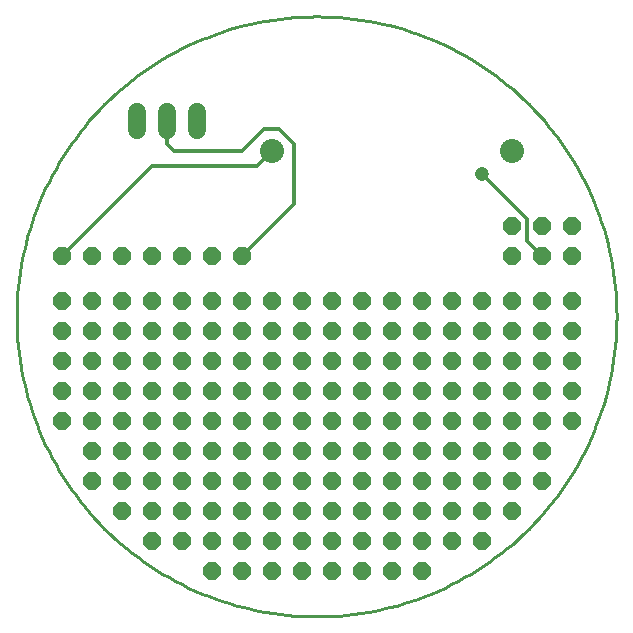
<source format=gtl>
G75*
%MOIN*%
%OFA0B0*%
%FSLAX25Y25*%
%IPPOS*%
%LPD*%
%AMOC8*
5,1,8,0,0,1.08239X$1,22.5*
%
%ADD10C,0.01000*%
%ADD11C,0.08000*%
%ADD12OC8,0.06000*%
%ADD13C,0.06000*%
%ADD14C,0.01181*%
%ADD15OC8,0.05906*%
%ADD16C,0.04750*%
D10*
X0001500Y0101500D02*
X0001530Y0103954D01*
X0001620Y0106407D01*
X0001771Y0108856D01*
X0001982Y0111302D01*
X0002252Y0113741D01*
X0002582Y0116173D01*
X0002972Y0118596D01*
X0003421Y0121009D01*
X0003930Y0123410D01*
X0004497Y0125798D01*
X0005122Y0128171D01*
X0005806Y0130528D01*
X0006547Y0132868D01*
X0007346Y0135189D01*
X0008201Y0137490D01*
X0009112Y0139768D01*
X0010079Y0142024D01*
X0011101Y0144256D01*
X0012178Y0146461D01*
X0013308Y0148640D01*
X0014491Y0150790D01*
X0015727Y0152910D01*
X0017015Y0155000D01*
X0018353Y0157057D01*
X0019742Y0159081D01*
X0021179Y0161070D01*
X0022665Y0163023D01*
X0024199Y0164939D01*
X0025779Y0166817D01*
X0027405Y0168656D01*
X0029075Y0170454D01*
X0030789Y0172211D01*
X0032546Y0173925D01*
X0034344Y0175595D01*
X0036183Y0177221D01*
X0038061Y0178801D01*
X0039977Y0180335D01*
X0041930Y0181821D01*
X0043919Y0183258D01*
X0045943Y0184647D01*
X0048000Y0185985D01*
X0050090Y0187273D01*
X0052210Y0188509D01*
X0054360Y0189692D01*
X0056539Y0190822D01*
X0058744Y0191899D01*
X0060976Y0192921D01*
X0063232Y0193888D01*
X0065510Y0194799D01*
X0067811Y0195654D01*
X0070132Y0196453D01*
X0072472Y0197194D01*
X0074829Y0197878D01*
X0077202Y0198503D01*
X0079590Y0199070D01*
X0081991Y0199579D01*
X0084404Y0200028D01*
X0086827Y0200418D01*
X0089259Y0200748D01*
X0091698Y0201018D01*
X0094144Y0201229D01*
X0096593Y0201380D01*
X0099046Y0201470D01*
X0101500Y0201500D01*
X0103954Y0201470D01*
X0106407Y0201380D01*
X0108856Y0201229D01*
X0111302Y0201018D01*
X0113741Y0200748D01*
X0116173Y0200418D01*
X0118596Y0200028D01*
X0121009Y0199579D01*
X0123410Y0199070D01*
X0125798Y0198503D01*
X0128171Y0197878D01*
X0130528Y0197194D01*
X0132868Y0196453D01*
X0135189Y0195654D01*
X0137490Y0194799D01*
X0139768Y0193888D01*
X0142024Y0192921D01*
X0144256Y0191899D01*
X0146461Y0190822D01*
X0148640Y0189692D01*
X0150790Y0188509D01*
X0152910Y0187273D01*
X0155000Y0185985D01*
X0157057Y0184647D01*
X0159081Y0183258D01*
X0161070Y0181821D01*
X0163023Y0180335D01*
X0164939Y0178801D01*
X0166817Y0177221D01*
X0168656Y0175595D01*
X0170454Y0173925D01*
X0172211Y0172211D01*
X0173925Y0170454D01*
X0175595Y0168656D01*
X0177221Y0166817D01*
X0178801Y0164939D01*
X0180335Y0163023D01*
X0181821Y0161070D01*
X0183258Y0159081D01*
X0184647Y0157057D01*
X0185985Y0155000D01*
X0187273Y0152910D01*
X0188509Y0150790D01*
X0189692Y0148640D01*
X0190822Y0146461D01*
X0191899Y0144256D01*
X0192921Y0142024D01*
X0193888Y0139768D01*
X0194799Y0137490D01*
X0195654Y0135189D01*
X0196453Y0132868D01*
X0197194Y0130528D01*
X0197878Y0128171D01*
X0198503Y0125798D01*
X0199070Y0123410D01*
X0199579Y0121009D01*
X0200028Y0118596D01*
X0200418Y0116173D01*
X0200748Y0113741D01*
X0201018Y0111302D01*
X0201229Y0108856D01*
X0201380Y0106407D01*
X0201470Y0103954D01*
X0201500Y0101500D01*
X0201470Y0099046D01*
X0201380Y0096593D01*
X0201229Y0094144D01*
X0201018Y0091698D01*
X0200748Y0089259D01*
X0200418Y0086827D01*
X0200028Y0084404D01*
X0199579Y0081991D01*
X0199070Y0079590D01*
X0198503Y0077202D01*
X0197878Y0074829D01*
X0197194Y0072472D01*
X0196453Y0070132D01*
X0195654Y0067811D01*
X0194799Y0065510D01*
X0193888Y0063232D01*
X0192921Y0060976D01*
X0191899Y0058744D01*
X0190822Y0056539D01*
X0189692Y0054360D01*
X0188509Y0052210D01*
X0187273Y0050090D01*
X0185985Y0048000D01*
X0184647Y0045943D01*
X0183258Y0043919D01*
X0181821Y0041930D01*
X0180335Y0039977D01*
X0178801Y0038061D01*
X0177221Y0036183D01*
X0175595Y0034344D01*
X0173925Y0032546D01*
X0172211Y0030789D01*
X0170454Y0029075D01*
X0168656Y0027405D01*
X0166817Y0025779D01*
X0164939Y0024199D01*
X0163023Y0022665D01*
X0161070Y0021179D01*
X0159081Y0019742D01*
X0157057Y0018353D01*
X0155000Y0017015D01*
X0152910Y0015727D01*
X0150790Y0014491D01*
X0148640Y0013308D01*
X0146461Y0012178D01*
X0144256Y0011101D01*
X0142024Y0010079D01*
X0139768Y0009112D01*
X0137490Y0008201D01*
X0135189Y0007346D01*
X0132868Y0006547D01*
X0130528Y0005806D01*
X0128171Y0005122D01*
X0125798Y0004497D01*
X0123410Y0003930D01*
X0121009Y0003421D01*
X0118596Y0002972D01*
X0116173Y0002582D01*
X0113741Y0002252D01*
X0111302Y0001982D01*
X0108856Y0001771D01*
X0106407Y0001620D01*
X0103954Y0001530D01*
X0101500Y0001500D01*
X0099046Y0001530D01*
X0096593Y0001620D01*
X0094144Y0001771D01*
X0091698Y0001982D01*
X0089259Y0002252D01*
X0086827Y0002582D01*
X0084404Y0002972D01*
X0081991Y0003421D01*
X0079590Y0003930D01*
X0077202Y0004497D01*
X0074829Y0005122D01*
X0072472Y0005806D01*
X0070132Y0006547D01*
X0067811Y0007346D01*
X0065510Y0008201D01*
X0063232Y0009112D01*
X0060976Y0010079D01*
X0058744Y0011101D01*
X0056539Y0012178D01*
X0054360Y0013308D01*
X0052210Y0014491D01*
X0050090Y0015727D01*
X0048000Y0017015D01*
X0045943Y0018353D01*
X0043919Y0019742D01*
X0041930Y0021179D01*
X0039977Y0022665D01*
X0038061Y0024199D01*
X0036183Y0025779D01*
X0034344Y0027405D01*
X0032546Y0029075D01*
X0030789Y0030789D01*
X0029075Y0032546D01*
X0027405Y0034344D01*
X0025779Y0036183D01*
X0024199Y0038061D01*
X0022665Y0039977D01*
X0021179Y0041930D01*
X0019742Y0043919D01*
X0018353Y0045943D01*
X0017015Y0048000D01*
X0015727Y0050090D01*
X0014491Y0052210D01*
X0013308Y0054360D01*
X0012178Y0056539D01*
X0011101Y0058744D01*
X0010079Y0060976D01*
X0009112Y0063232D01*
X0008201Y0065510D01*
X0007346Y0067811D01*
X0006547Y0070132D01*
X0005806Y0072472D01*
X0005122Y0074829D01*
X0004497Y0077202D01*
X0003930Y0079590D01*
X0003421Y0081991D01*
X0002972Y0084404D01*
X0002582Y0086827D01*
X0002252Y0089259D01*
X0001982Y0091698D01*
X0001771Y0094144D01*
X0001620Y0096593D01*
X0001530Y0099046D01*
X0001500Y0101500D01*
D11*
X0086500Y0156500D03*
X0166500Y0156500D03*
D12*
X0166500Y0131500D03*
X0176500Y0131500D03*
X0176500Y0121500D03*
X0166500Y0121500D03*
X0186500Y0121500D03*
X0186500Y0131500D03*
X0076500Y0121500D03*
X0066500Y0121500D03*
X0056500Y0121500D03*
X0046500Y0121500D03*
X0036500Y0121500D03*
X0026500Y0121500D03*
X0016500Y0121500D03*
D13*
X0041500Y0163500D02*
X0041500Y0169500D01*
X0051500Y0169500D02*
X0051500Y0163500D01*
X0061500Y0163500D02*
X0061500Y0169500D01*
D14*
X0051500Y0166500D02*
X0051500Y0159000D01*
X0054000Y0156500D01*
X0076500Y0156500D01*
X0084000Y0164000D01*
X0089000Y0164000D01*
X0094000Y0159000D01*
X0094000Y0139000D01*
X0076500Y0121500D01*
X0081500Y0151500D02*
X0046500Y0151500D01*
X0016500Y0121500D01*
X0081500Y0151500D02*
X0086500Y0156500D01*
X0156500Y0149000D02*
X0171500Y0134000D01*
X0171500Y0126500D01*
X0176500Y0121500D01*
D15*
X0036500Y0036500D03*
X0036500Y0046500D03*
X0026500Y0046500D03*
X0026500Y0056500D03*
X0036500Y0056500D03*
X0036500Y0066500D03*
X0026500Y0066500D03*
X0026500Y0076500D03*
X0036500Y0076500D03*
X0036500Y0086500D03*
X0026500Y0086500D03*
X0026500Y0096500D03*
X0036500Y0096500D03*
X0036500Y0106500D03*
X0026500Y0106500D03*
X0016500Y0106500D03*
X0016500Y0096500D03*
X0016500Y0086500D03*
X0016500Y0076500D03*
X0016500Y0066500D03*
X0046500Y0066500D03*
X0046500Y0056500D03*
X0046500Y0046500D03*
X0046500Y0036500D03*
X0046500Y0026500D03*
X0056500Y0026500D03*
X0056500Y0036500D03*
X0056500Y0046500D03*
X0056500Y0056500D03*
X0056500Y0066500D03*
X0056500Y0076500D03*
X0056500Y0086500D03*
X0056500Y0096500D03*
X0056500Y0106500D03*
X0046500Y0106500D03*
X0046500Y0096500D03*
X0046500Y0086500D03*
X0046500Y0076500D03*
X0066500Y0076500D03*
X0066500Y0066500D03*
X0066500Y0056500D03*
X0066500Y0046500D03*
X0066500Y0036500D03*
X0066500Y0026500D03*
X0066500Y0016500D03*
X0076500Y0016500D03*
X0076500Y0026500D03*
X0076500Y0036500D03*
X0076500Y0046500D03*
X0076500Y0056500D03*
X0076500Y0066500D03*
X0076500Y0076500D03*
X0076500Y0086500D03*
X0076500Y0096500D03*
X0076500Y0106500D03*
X0066500Y0106500D03*
X0066500Y0096500D03*
X0066500Y0086500D03*
X0086500Y0086500D03*
X0086500Y0076500D03*
X0086500Y0066500D03*
X0086500Y0056500D03*
X0086500Y0046500D03*
X0086500Y0036500D03*
X0086500Y0026500D03*
X0086500Y0016500D03*
X0096500Y0016500D03*
X0096500Y0026500D03*
X0096500Y0036500D03*
X0096500Y0046500D03*
X0096500Y0056500D03*
X0096500Y0066500D03*
X0096500Y0076500D03*
X0096500Y0086500D03*
X0096500Y0096500D03*
X0096500Y0106500D03*
X0086500Y0106500D03*
X0086500Y0096500D03*
X0106500Y0096500D03*
X0106500Y0086500D03*
X0106500Y0076500D03*
X0106500Y0066500D03*
X0106500Y0056500D03*
X0106500Y0046500D03*
X0106500Y0036500D03*
X0106500Y0026500D03*
X0106500Y0016500D03*
X0116500Y0016500D03*
X0116500Y0026500D03*
X0116500Y0036500D03*
X0116500Y0046500D03*
X0116500Y0056500D03*
X0116500Y0066500D03*
X0116500Y0076500D03*
X0116500Y0086500D03*
X0116500Y0096500D03*
X0116500Y0106500D03*
X0106500Y0106500D03*
X0126500Y0106500D03*
X0126500Y0096500D03*
X0126500Y0086500D03*
X0126500Y0076500D03*
X0126500Y0066500D03*
X0126500Y0056500D03*
X0126500Y0046500D03*
X0126500Y0036500D03*
X0126500Y0026500D03*
X0126500Y0016500D03*
X0136500Y0016500D03*
X0136500Y0026500D03*
X0136500Y0036500D03*
X0136500Y0046500D03*
X0136500Y0056500D03*
X0136500Y0066500D03*
X0136500Y0076500D03*
X0136500Y0086500D03*
X0136500Y0096500D03*
X0136500Y0106500D03*
X0146500Y0106500D03*
X0146500Y0096500D03*
X0146500Y0086500D03*
X0146500Y0076500D03*
X0146500Y0066500D03*
X0146500Y0056500D03*
X0146500Y0046500D03*
X0146500Y0036500D03*
X0146500Y0026500D03*
X0156500Y0026500D03*
X0156500Y0036500D03*
X0156500Y0046500D03*
X0156500Y0056500D03*
X0156500Y0066500D03*
X0156500Y0076500D03*
X0156500Y0086500D03*
X0156500Y0096500D03*
X0156500Y0106500D03*
X0166500Y0106500D03*
X0176500Y0106500D03*
X0176500Y0096500D03*
X0166500Y0096500D03*
X0166500Y0086500D03*
X0176500Y0086500D03*
X0176500Y0076500D03*
X0166500Y0076500D03*
X0166500Y0066500D03*
X0176500Y0066500D03*
X0176500Y0056500D03*
X0166500Y0056500D03*
X0166500Y0046500D03*
X0176500Y0046500D03*
X0166500Y0036500D03*
X0186500Y0066500D03*
X0186500Y0076500D03*
X0186500Y0086500D03*
X0186500Y0096500D03*
X0186500Y0106500D03*
D16*
X0156500Y0149000D03*
M02*

</source>
